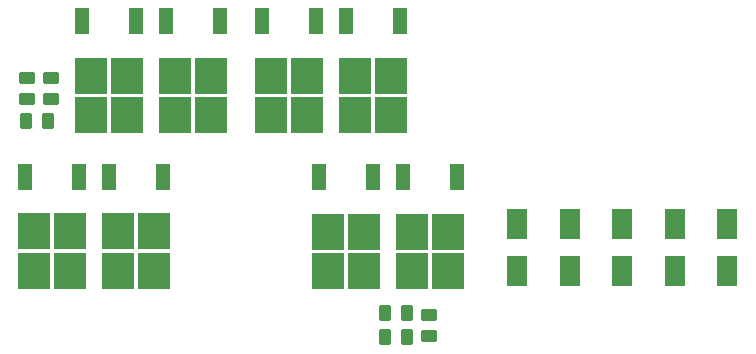
<source format=gbr>
%TF.GenerationSoftware,KiCad,Pcbnew,(6.0.4)*%
%TF.CreationDate,2022-07-31T14:49:55+02:00*%
%TF.ProjectId,HPDriver,48504472-6976-4657-922e-6b696361645f,1.0*%
%TF.SameCoordinates,Original*%
%TF.FileFunction,Paste,Bot*%
%TF.FilePolarity,Positive*%
%FSLAX46Y46*%
G04 Gerber Fmt 4.6, Leading zero omitted, Abs format (unit mm)*
G04 Created by KiCad (PCBNEW (6.0.4)) date 2022-07-31 14:49:55*
%MOMM*%
%LPD*%
G01*
G04 APERTURE LIST*
G04 Aperture macros list*
%AMRoundRect*
0 Rectangle with rounded corners*
0 $1 Rounding radius*
0 $2 $3 $4 $5 $6 $7 $8 $9 X,Y pos of 4 corners*
0 Add a 4 corners polygon primitive as box body*
4,1,4,$2,$3,$4,$5,$6,$7,$8,$9,$2,$3,0*
0 Add four circle primitives for the rounded corners*
1,1,$1+$1,$2,$3*
1,1,$1+$1,$4,$5*
1,1,$1+$1,$6,$7*
1,1,$1+$1,$8,$9*
0 Add four rect primitives between the rounded corners*
20,1,$1+$1,$2,$3,$4,$5,0*
20,1,$1+$1,$4,$5,$6,$7,0*
20,1,$1+$1,$6,$7,$8,$9,0*
20,1,$1+$1,$8,$9,$2,$3,0*%
G04 Aperture macros list end*
%ADD10R,1.800000X2.500000*%
%ADD11R,2.750000X3.050000*%
%ADD12R,1.200000X2.200000*%
%ADD13RoundRect,0.250000X-0.450000X0.262500X-0.450000X-0.262500X0.450000X-0.262500X0.450000X0.262500X0*%
%ADD14RoundRect,0.250000X-0.262500X-0.450000X0.262500X-0.450000X0.262500X0.450000X-0.262500X0.450000X0*%
G04 APERTURE END LIST*
D10*
X154178000Y-125190000D03*
X154178000Y-121190000D03*
D11*
X104775000Y-108664000D03*
X104775000Y-112014000D03*
X107825000Y-108664000D03*
X107825000Y-112014000D03*
D12*
X104020000Y-104039000D03*
X108580000Y-104039000D03*
D11*
X111887000Y-112014000D03*
X111887000Y-108664000D03*
X114937000Y-112014000D03*
X114937000Y-108664000D03*
D12*
X111132000Y-104039000D03*
X115692000Y-104039000D03*
D11*
X124839000Y-121872000D03*
X124839000Y-125222000D03*
X127889000Y-121872000D03*
X127889000Y-125222000D03*
D12*
X124084000Y-117247000D03*
X128644000Y-117247000D03*
D11*
X131953000Y-121872000D03*
X135003000Y-125222000D03*
X131953000Y-125222000D03*
X135003000Y-121872000D03*
D12*
X131198000Y-117247000D03*
X135758000Y-117247000D03*
D11*
X102999000Y-125187000D03*
X102999000Y-121837000D03*
X99949000Y-125187000D03*
X99949000Y-121837000D03*
D12*
X99194000Y-117212000D03*
X103754000Y-117212000D03*
X110865000Y-117212000D03*
X106305000Y-117212000D03*
D11*
X107060000Y-125187000D03*
X110110000Y-125187000D03*
X110110000Y-121837000D03*
X107060000Y-121837000D03*
D12*
X123820000Y-104039000D03*
X119260000Y-104039000D03*
D11*
X123065000Y-108664000D03*
X123065000Y-112014000D03*
X120015000Y-112014000D03*
X120015000Y-108664000D03*
D13*
X133350000Y-130706500D03*
X133350000Y-128881500D03*
D14*
X101115500Y-112522000D03*
X99290500Y-112522000D03*
X129643500Y-128778000D03*
X131468500Y-128778000D03*
D13*
X101346000Y-108815500D03*
X101346000Y-110640500D03*
D12*
X130932000Y-104039000D03*
X126372000Y-104039000D03*
D11*
X130177000Y-112014000D03*
X127127000Y-108664000D03*
X130177000Y-108664000D03*
X127127000Y-112014000D03*
D13*
X99314000Y-110640500D03*
X99314000Y-108815500D03*
D14*
X131468500Y-130810000D03*
X129643500Y-130810000D03*
D10*
X140843000Y-121190000D03*
X140843000Y-125190000D03*
X145288000Y-121190000D03*
X145288000Y-125190000D03*
X158623000Y-121190000D03*
X158623000Y-125190000D03*
X149733000Y-121190000D03*
X149733000Y-125190000D03*
M02*

</source>
